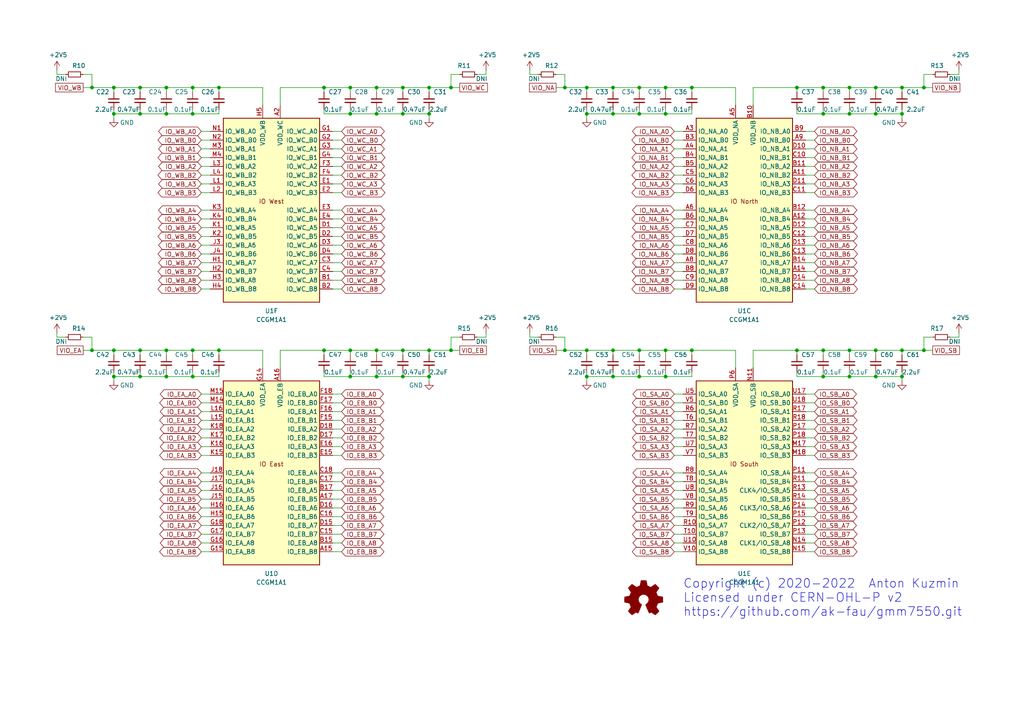
<source format=kicad_sch>
(kicad_sch (version 20211123) (generator eeschema)
  (paper "A4")
  (title_block (title "GateMate FPGA Module: GMM-7550") (date "2022-04-24") (rev "2.1"))
  (junction (at 33.02 109.22))
  (junction (at 109.22 101.6))
  (junction (at 261.62 101.6))
  (junction (at 200.66 101.6))
  (junction (at 170.18 33.02))
  (junction (at 254 109.22))
  (junction (at 55.88 33.02))
  (junction (at 48.26 109.22))
  (junction (at 254 33.02))
  (junction (at 177.8 109.22))
  (junction (at 185.42 101.6))
  (junction (at 116.84 101.6))
  (junction (at 116.84 109.22))
  (junction (at 55.88 109.22))
  (junction (at 63.5 25.4))
  (junction (at 33.02 25.4))
  (junction (at 63.5 101.6))
  (junction (at 177.8 101.6))
  (junction (at 40.64 25.4))
  (junction (at 193.04 101.6))
  (junction (at 48.26 25.4))
  (junction (at 40.64 33.02))
  (junction (at 231.14 25.4))
  (junction (at 130.81 101.6))
  (junction (at 185.42 109.22))
  (junction (at 200.66 25.4))
  (junction (at 93.98 101.6))
  (junction (at 193.04 109.22))
  (junction (at 185.42 33.02))
  (junction (at 261.62 109.22))
  (junction (at 261.62 25.4))
  (junction (at 40.64 101.6))
  (junction (at 261.62 33.02))
  (junction (at 193.04 33.02))
  (junction (at 109.22 33.02))
  (junction (at 177.8 25.4))
  (junction (at 109.22 25.4))
  (junction (at 177.8 33.02))
  (junction (at 130.81 25.4))
  (junction (at 93.98 25.4))
  (junction (at 185.42 25.4))
  (junction (at 40.64 109.22))
  (junction (at 193.04 25.4))
  (junction (at 170.18 25.4))
  (junction (at 267.97 101.6))
  (junction (at 116.84 25.4))
  (junction (at 246.38 25.4))
  (junction (at 33.02 33.02))
  (junction (at 101.6 33.02))
  (junction (at 109.22 109.22))
  (junction (at 163.83 25.4))
  (junction (at 55.88 101.6))
  (junction (at 101.6 109.22))
  (junction (at 254 25.4))
  (junction (at 254 101.6))
  (junction (at 170.18 109.22))
  (junction (at 33.02 101.6))
  (junction (at 26.67 25.4))
  (junction (at 238.76 25.4))
  (junction (at 238.76 33.02))
  (junction (at 48.26 101.6))
  (junction (at 238.76 101.6))
  (junction (at 124.46 109.22))
  (junction (at 267.97 25.4))
  (junction (at 170.18 101.6))
  (junction (at 124.46 101.6))
  (junction (at 246.38 109.22))
  (junction (at 163.83 101.6))
  (junction (at 116.84 33.02))
  (junction (at 238.76 109.22))
  (junction (at 246.38 33.02))
  (junction (at 48.26 33.02))
  (junction (at 101.6 25.4))
  (junction (at 101.6 101.6))
  (junction (at 124.46 25.4))
  (junction (at 246.38 101.6))
  (junction (at 26.67 101.6))
  (junction (at 55.88 25.4))
  (junction (at 231.14 101.6))
  (junction (at 124.46 33.02))
  (wire (pts (xy 58.42 43.18) (xy 60.96 43.18)))
  (wire (pts (xy 236.22 38.1) (xy 233.68 38.1)))
  (wire (pts (xy 99.06 142.24) (xy 96.52 142.24)))
  (wire (pts (xy 213.36 101.6) (xy 213.36 106.68)))
  (wire (pts (xy 177.8 33.02) (xy 170.18 33.02)))
  (wire (pts (xy 195.58 66.04) (xy 198.12 66.04)))
  (wire (pts (xy 124.46 110.49) (xy 124.46 109.22)))
  (wire (pts (xy 177.8 101.6) (xy 170.18 101.6)))
  (wire (pts (xy 76.2 25.4) (xy 76.2 30.48)))
  (wire (pts (xy 133.35 97.79) (xy 130.81 97.79)))
  (wire (pts (xy 236.22 132.08) (xy 233.68 132.08)))
  (wire (pts (xy 55.88 31.75) (xy 55.88 33.02)))
  (wire (pts (xy 99.06 152.4) (xy 96.52 152.4)))
  (wire (pts (xy 101.6 31.75) (xy 101.6 33.02)))
  (wire (pts (xy 200.66 101.6) (xy 213.36 101.6)))
  (wire (pts (xy 236.22 114.3) (xy 233.68 114.3)))
  (wire (pts (xy 63.5 102.87) (xy 63.5 101.6)))
  (wire (pts (xy 193.04 109.22) (xy 200.66 109.22)))
  (wire (pts (xy 254 31.75) (xy 254 33.02)))
  (wire (pts (xy 130.81 21.59) (xy 130.81 25.4)))
  (wire (pts (xy 93.98 33.02) (xy 93.98 31.75)))
  (wire (pts (xy 58.42 144.78) (xy 60.96 144.78)))
  (wire (pts (xy 33.02 110.49) (xy 33.02 109.22)))
  (wire (pts (xy 60.96 40.64) (xy 58.42 40.64)))
  (wire (pts (xy 195.58 154.94) (xy 198.12 154.94)))
  (wire (pts (xy 195.58 63.5) (xy 198.12 63.5)))
  (wire (pts (xy 99.06 139.7) (xy 96.52 139.7)))
  (wire (pts (xy 236.22 50.8) (xy 233.68 50.8)))
  (wire (pts (xy 99.06 45.72) (xy 96.52 45.72)))
  (wire (pts (xy 261.62 101.6) (xy 267.97 101.6)))
  (wire (pts (xy 58.42 66.04) (xy 60.96 66.04)))
  (wire (pts (xy 236.22 116.84) (xy 233.68 116.84)))
  (wire (pts (xy 254 101.6) (xy 261.62 101.6)))
  (wire (pts (xy 170.18 101.6) (xy 170.18 102.87)))
  (wire (pts (xy 236.22 127) (xy 233.68 127)))
  (wire (pts (xy 58.42 147.32) (xy 60.96 147.32)))
  (wire (pts (xy 138.43 21.59) (xy 140.97 21.59)))
  (wire (pts (xy 195.58 40.64) (xy 198.12 40.64)))
  (wire (pts (xy 270.51 97.79) (xy 267.97 97.79)))
  (wire (pts (xy 55.88 107.95) (xy 55.88 109.22)))
  (wire (pts (xy 236.22 149.86) (xy 233.68 149.86)))
  (wire (pts (xy 195.58 43.18) (xy 198.12 43.18)))
  (wire (pts (xy 81.28 25.4) (xy 81.28 30.48)))
  (wire (pts (xy 99.06 43.18) (xy 96.52 43.18)))
  (wire (pts (xy 170.18 25.4) (xy 163.83 25.4)))
  (wire (pts (xy 218.44 30.48) (xy 218.44 25.4)))
  (wire (pts (xy 60.96 78.74) (xy 58.42 78.74)))
  (wire (pts (xy 270.51 21.59) (xy 267.97 21.59)))
  (wire (pts (xy 96.52 68.58) (xy 99.06 68.58)))
  (wire (pts (xy 101.6 101.6) (xy 101.6 102.87)))
  (wire (pts (xy 99.06 60.96) (xy 96.52 60.96)))
  (wire (pts (xy 238.76 33.02) (xy 246.38 33.02)))
  (wire (pts (xy 254 33.02) (xy 261.62 33.02)))
  (wire (pts (xy 254 25.4) (xy 254 26.67)))
  (wire (pts (xy 195.58 73.66) (xy 198.12 73.66)))
  (wire (pts (xy 76.2 101.6) (xy 76.2 106.68)))
  (wire (pts (xy 99.06 127) (xy 96.52 127)))
  (wire (pts (xy 195.58 68.58) (xy 198.12 68.58)))
  (wire (pts (xy 170.18 101.6) (xy 163.83 101.6)))
  (wire (pts (xy 261.62 33.02) (xy 261.62 31.75)))
  (wire (pts (xy 163.83 97.79) (xy 163.83 101.6)))
  (wire (pts (xy 58.42 114.3) (xy 60.96 114.3)))
  (wire (pts (xy 58.42 149.86) (xy 60.96 149.86)))
  (wire (pts (xy 278.13 97.79) (xy 275.59 97.79)))
  (wire (pts (xy 200.66 25.4) (xy 213.36 25.4)))
  (wire (pts (xy 33.02 25.4) (xy 33.02 26.67)))
  (wire (pts (xy 236.22 129.54) (xy 233.68 129.54)))
  (wire (pts (xy 58.42 137.16) (xy 60.96 137.16)))
  (wire (pts (xy 185.42 25.4) (xy 185.42 26.67)))
  (wire (pts (xy 99.06 50.8) (xy 96.52 50.8)))
  (wire (pts (xy 236.22 76.2) (xy 233.68 76.2)))
  (wire (pts (xy 231.14 31.75) (xy 231.14 33.02)))
  (wire (pts (xy 40.64 25.4) (xy 48.26 25.4)))
  (wire (pts (xy 99.06 147.32) (xy 96.52 147.32)))
  (wire (pts (xy 267.97 101.6) (xy 270.51 101.6)))
  (wire (pts (xy 101.6 101.6) (xy 93.98 101.6)))
  (wire (pts (xy 278.13 21.59) (xy 275.59 21.59)))
  (wire (pts (xy 236.22 71.12) (xy 233.68 71.12)))
  (wire (pts (xy 218.44 106.68) (xy 218.44 101.6)))
  (wire (pts (xy 185.42 101.6) (xy 185.42 102.87)))
  (wire (pts (xy 278.13 21.59) (xy 278.13 20.32)))
  (wire (pts (xy 33.02 25.4) (xy 26.67 25.4)))
  (wire (pts (xy 195.58 53.34) (xy 198.12 53.34)))
  (wire (pts (xy 236.22 154.94) (xy 233.68 154.94)))
  (wire (pts (xy 109.22 109.22) (xy 116.84 109.22)))
  (wire (pts (xy 193.04 109.22) (xy 185.42 109.22)))
  (wire (pts (xy 55.88 33.02) (xy 63.5 33.02)))
  (wire (pts (xy 58.42 139.7) (xy 60.96 139.7)))
  (wire (pts (xy 261.62 110.49) (xy 261.62 109.22)))
  (wire (pts (xy 238.76 101.6) (xy 246.38 101.6)))
  (wire (pts (xy 58.42 160.02) (xy 60.96 160.02)))
  (wire (pts (xy 246.38 109.22) (xy 254 109.22)))
  (wire (pts (xy 185.42 109.22) (xy 177.8 109.22)))
  (wire (pts (xy 267.97 25.4) (xy 270.51 25.4)))
  (wire (pts (xy 261.62 109.22) (xy 261.62 107.95)))
  (wire (pts (xy 55.88 33.02) (xy 48.26 33.02)))
  (wire (pts (xy 116.84 25.4) (xy 124.46 25.4)))
  (wire (pts (xy 58.42 76.2) (xy 60.96 76.2)))
  (wire (pts (xy 48.26 25.4) (xy 48.26 26.67)))
  (wire (pts (xy 48.26 109.22) (xy 40.64 109.22)))
  (wire (pts (xy 231.14 25.4) (xy 238.76 25.4)))
  (wire (pts (xy 177.8 25.4) (xy 185.42 25.4)))
  (wire (pts (xy 195.58 116.84) (xy 198.12 116.84)))
  (wire (pts (xy 58.42 129.54) (xy 60.96 129.54)))
  (wire (pts (xy 99.06 154.94) (xy 96.52 154.94)))
  (wire (pts (xy 195.58 144.78) (xy 198.12 144.78)))
  (wire (pts (xy 236.22 157.48) (xy 233.68 157.48)))
  (wire (pts (xy 231.14 33.02) (xy 238.76 33.02)))
  (wire (pts (xy 116.84 101.6) (xy 116.84 102.87)))
  (wire (pts (xy 195.58 71.12) (xy 198.12 71.12)))
  (wire (pts (xy 40.64 25.4) (xy 40.64 26.67)))
  (wire (pts (xy 193.04 101.6) (xy 200.66 101.6)))
  (wire (pts (xy 177.8 101.6) (xy 185.42 101.6)))
  (wire (pts (xy 101.6 109.22) (xy 109.22 109.22)))
  (wire (pts (xy 200.66 109.22) (xy 200.66 107.95)))
  (wire (pts (xy 63.5 26.67) (xy 63.5 25.4)))
  (wire (pts (xy 238.76 25.4) (xy 246.38 25.4)))
  (wire (pts (xy 231.14 102.87) (xy 231.14 101.6)))
  (wire (pts (xy 96.52 78.74) (xy 99.06 78.74)))
  (wire (pts (xy 116.84 25.4) (xy 116.84 26.67)))
  (wire (pts (xy 193.04 101.6) (xy 185.42 101.6)))
  (wire (pts (xy 55.88 25.4) (xy 48.26 25.4)))
  (wire (pts (xy 99.06 55.88) (xy 96.52 55.88)))
  (wire (pts (xy 261.62 25.4) (xy 267.97 25.4)))
  (wire (pts (xy 58.42 152.4) (xy 60.96 152.4)))
  (wire (pts (xy 236.22 81.28) (xy 233.68 81.28)))
  (wire (pts (xy 185.42 107.95) (xy 185.42 109.22)))
  (wire (pts (xy 170.18 34.29) (xy 170.18 33.02)))
  (wire (pts (xy 236.22 55.88) (xy 233.68 55.88)))
  (wire (pts (xy 156.21 97.79) (xy 153.67 97.79)))
  (wire (pts (xy 26.67 25.4) (xy 24.13 25.4)))
  (wire (pts (xy 236.22 142.24) (xy 233.68 142.24)))
  (wire (pts (xy 177.8 25.4) (xy 177.8 26.67)))
  (wire (pts (xy 177.8 25.4) (xy 170.18 25.4)))
  (wire (pts (xy 124.46 109.22) (xy 124.46 107.95)))
  (wire (pts (xy 238.76 107.95) (xy 238.76 109.22)))
  (wire (pts (xy 195.58 139.7) (xy 198.12 139.7)))
  (wire (pts (xy 238.76 101.6) (xy 238.76 102.87)))
  (wire (pts (xy 26.67 21.59) (xy 26.67 25.4)))
  (wire (pts (xy 99.06 38.1) (xy 96.52 38.1)))
  (wire (pts (xy 40.64 101.6) (xy 40.64 102.87)))
  (wire (pts (xy 195.58 50.8) (xy 198.12 50.8)))
  (wire (pts (xy 177.8 31.75) (xy 177.8 33.02)))
  (wire (pts (xy 101.6 101.6) (xy 109.22 101.6)))
  (wire (pts (xy 153.67 21.59) (xy 153.67 20.32)))
  (wire (pts (xy 116.84 25.4) (xy 109.22 25.4)))
  (wire (pts (xy 96.52 83.82) (xy 99.06 83.82)))
  (wire (pts (xy 93.98 101.6) (xy 81.28 101.6)))
  (wire (pts (xy 163.83 25.4) (xy 161.29 25.4)))
  (wire (pts (xy 236.22 66.04) (xy 233.68 66.04)))
  (wire (pts (xy 93.98 102.87) (xy 93.98 101.6)))
  (wire (pts (xy 63.5 25.4) (xy 76.2 25.4)))
  (wire (pts (xy 261.62 25.4) (xy 261.62 26.67)))
  (wire (pts (xy 195.58 81.28) (xy 198.12 81.28)))
  (wire (pts (xy 254 101.6) (xy 254 102.87)))
  (wire (pts (xy 48.26 101.6) (xy 48.26 102.87)))
  (wire (pts (xy 153.67 97.79) (xy 153.67 96.52)))
  (wire (pts (xy 58.42 71.12) (xy 60.96 71.12)))
  (wire (pts (xy 236.22 53.34) (xy 233.68 53.34)))
  (wire (pts (xy 193.04 107.95) (xy 193.04 109.22)))
  (wire (pts (xy 60.96 63.5) (xy 58.42 63.5)))
  (wire (pts (xy 101.6 25.4) (xy 101.6 26.67)))
  (wire (pts (xy 40.64 107.95) (xy 40.64 109.22)))
  (wire (pts (xy 96.52 71.12) (xy 99.06 71.12)))
  (wire (pts (xy 246.38 33.02) (xy 254 33.02)))
  (wire (pts (xy 109.22 107.95) (xy 109.22 109.22)))
  (wire (pts (xy 99.06 124.46) (xy 96.52 124.46)))
  (wire (pts (xy 195.58 114.3) (xy 198.12 114.3)))
  (wire (pts (xy 185.42 31.75) (xy 185.42 33.02)))
  (wire (pts (xy 238.76 101.6) (xy 231.14 101.6)))
  (wire (pts (xy 55.88 109.22) (xy 63.5 109.22)))
  (wire (pts (xy 246.38 31.75) (xy 246.38 33.02)))
  (wire (pts (xy 124.46 101.6) (xy 130.81 101.6)))
  (wire (pts (xy 16.51 97.79) (xy 16.51 96.52)))
  (wire (pts (xy 236.22 48.26) (xy 233.68 48.26)))
  (wire (pts (xy 101.6 109.22) (xy 93.98 109.22)))
  (wire (pts (xy 99.06 114.3) (xy 96.52 114.3)))
  (wire (pts (xy 236.22 139.7) (xy 233.68 139.7)))
  (wire (pts (xy 163.83 101.6) (xy 161.29 101.6)))
  (wire (pts (xy 96.52 73.66) (xy 99.06 73.66)))
  (wire (pts (xy 99.06 40.64) (xy 96.52 40.64)))
  (wire (pts (xy 261.62 101.6) (xy 261.62 102.87)))
  (wire (pts (xy 236.22 43.18) (xy 233.68 43.18)))
  (wire (pts (xy 195.58 55.88) (xy 198.12 55.88)))
  (wire (pts (xy 33.02 33.02) (xy 33.02 31.75)))
  (wire (pts (xy 170.18 110.49) (xy 170.18 109.22)))
  (wire (pts (xy 96.52 81.28) (xy 99.06 81.28)))
  (wire (pts (xy 58.42 154.94) (xy 60.96 154.94)))
  (wire (pts (xy 48.26 33.02) (xy 40.64 33.02)))
  (wire (pts (xy 193.04 25.4) (xy 185.42 25.4)))
  (wire (pts (xy 116.84 107.95) (xy 116.84 109.22)))
  (wire (pts (xy 193.04 33.02) (xy 185.42 33.02)))
  (wire (pts (xy 238.76 31.75) (xy 238.76 33.02)))
  (wire (pts (xy 48.26 107.95) (xy 48.26 109.22)))
  (wire (pts (xy 16.51 20.32) (xy 16.51 21.59)))
  (wire (pts (xy 40.64 33.02) (xy 33.02 33.02)))
  (wire (pts (xy 40.64 109.22) (xy 33.02 109.22)))
  (wire (pts (xy 124.46 25.4) (xy 124.46 26.67)))
  (wire (pts (xy 236.22 121.92) (xy 233.68 121.92)))
  (wire (pts (xy 254 25.4) (xy 261.62 25.4)))
  (wire (pts (xy 124.46 101.6) (xy 124.46 102.87)))
  (wire (pts (xy 236.22 40.64) (xy 233.68 40.64)))
  (wire (pts (xy 40.64 101.6) (xy 48.26 101.6)))
  (wire (pts (xy 195.58 48.26) (xy 198.12 48.26)))
  (wire (pts (xy 140.97 21.59) (xy 140.97 20.32)))
  (wire (pts (xy 236.22 147.32) (xy 233.68 147.32)))
  (wire (pts (xy 130.81 25.4) (xy 133.35 25.4)))
  (wire (pts (xy 195.58 45.72) (xy 198.12 45.72)))
  (wire (pts (xy 40.64 31.75) (xy 40.64 33.02)))
  (wire (pts (xy 40.64 101.6) (xy 33.02 101.6)))
  (wire (pts (xy 236.22 124.46) (xy 233.68 124.46)))
  (wire (pts (xy 101.6 25.4) (xy 109.22 25.4)))
  (wire (pts (xy 93.98 25.4) (xy 81.28 25.4)))
  (wire (pts (xy 26.67 97.79) (xy 26.67 101.6)))
  (wire (pts (xy 101.6 107.95) (xy 101.6 109.22)))
  (wire (pts (xy 267.97 97.79) (xy 267.97 101.6)))
  (wire (pts (xy 161.29 97.79) (xy 163.83 97.79)))
  (wire (pts (xy 185.42 33.02) (xy 177.8 33.02)))
  (wire (pts (xy 236.22 68.58) (xy 233.68 68.58)))
  (wire (pts (xy 55.88 101.6) (xy 63.5 101.6)))
  (wire (pts (xy 116.84 31.75) (xy 116.84 33.02)))
  (wire (pts (xy 236.22 45.72) (xy 233.68 45.72)))
  (wire (pts (xy 193.04 101.6) (xy 193.04 102.87)))
  (wire (pts (xy 177.8 101.6) (xy 177.8 102.87)))
  (wire (pts (xy 195.58 121.92) (xy 198.12 121.92)))
  (wire (pts (xy 236.22 63.5) (xy 233.68 63.5)))
  (wire (pts (xy 156.21 21.59) (xy 153.67 21.59)))
  (wire (pts (xy 138.43 97.79) (xy 140.97 97.79)))
  (wire (pts (xy 58.42 119.38) (xy 60.96 119.38)))
  (wire (pts (xy 99.06 157.48) (xy 96.52 157.48)))
  (wire (pts (xy 99.06 160.02) (xy 96.52 160.02)))
  (wire (pts (xy 170.18 109.22) (xy 170.18 107.95)))
  (wire (pts (xy 254 109.22) (xy 261.62 109.22)))
  (wire (pts (xy 195.58 78.74) (xy 198.12 78.74)))
  (wire (pts (xy 236.22 144.78) (xy 233.68 144.78)))
  (wire (pts (xy 236.22 73.66) (xy 233.68 73.66)))
  (wire (pts (xy 218.44 25.4) (xy 231.14 25.4)))
  (wire (pts (xy 246.38 25.4) (xy 254 25.4)))
  (wire (pts (xy 246.38 101.6) (xy 246.38 102.87)))
  (wire (pts (xy 101.6 33.02) (xy 93.98 33.02)))
  (wire (pts (xy 63.5 109.22) (xy 63.5 107.95)))
  (wire (pts (xy 231.14 109.22) (xy 231.14 107.95)))
  (wire (pts (xy 24.13 21.59) (xy 26.67 21.59)))
  (wire (pts (xy 55.88 101.6) (xy 55.88 102.87)))
  (wire (pts (xy 177.8 109.22) (xy 170.18 109.22)))
  (wire (pts (xy 101.6 25.4) (xy 93.98 25.4)))
  (wire (pts (xy 24.13 97.79) (xy 26.67 97.79)))
  (wire (pts (xy 236.22 137.16) (xy 233.68 137.16)))
  (wire (pts (xy 48.26 31.75) (xy 48.26 33.02)))
  (wire (pts (xy 238.76 25.4) (xy 238.76 26.67)))
  (wire (pts (xy 195.58 132.08) (xy 198.12 132.08)))
  (wire (pts (xy 109.22 33.02) (xy 116.84 33.02)))
  (wire (pts (xy 236.22 83.82) (xy 233.68 83.82)))
  (wire (pts (xy 63.5 33.02) (xy 63.5 31.75)))
  (wire (pts (xy 238.76 109.22) (xy 246.38 109.22)))
  (wire (pts (xy 58.42 38.1) (xy 60.96 38.1)))
  (wire (pts (xy 58.42 142.24) (xy 60.96 142.24)))
  (wire (pts (xy 116.84 101.6) (xy 109.22 101.6)))
  (wire (pts (xy 58.42 127) (xy 60.96 127)))
  (wire (pts (xy 133.35 21.59) (xy 130.81 21.59)))
  (wire (pts (xy 58.42 81.28) (xy 60.96 81.28)))
  (wire (pts (xy 193.04 25.4) (xy 193.04 26.67)))
  (wire (pts (xy 33.02 34.29) (xy 33.02 33.02)))
  (wire (pts (xy 99.06 137.16) (xy 96.52 137.16)))
  (wire (pts (xy 99.06 132.08) (xy 96.52 132.08)))
  (wire (pts (xy 124.46 25.4) (xy 130.81 25.4)))
  (wire (pts (xy 238.76 109.22) (xy 231.14 109.22)))
  (wire (pts (xy 116.84 33.02) (xy 124.46 33.02)))
  (wire (pts (xy 193.04 25.4) (xy 200.66 25.4)))
  (wire (pts (xy 195.58 157.48) (xy 198.12 157.48)))
  (wire (pts (xy 101.6 33.02) (xy 109.22 33.02)))
  (wire (pts (xy 195.58 60.96) (xy 198.12 60.96)))
  (wire (pts (xy 195.58 142.24) (xy 198.12 142.24)))
  (wire (pts (xy 278.13 97.79) (xy 278.13 96.52)))
  (wire (pts (xy 254 107.95) (xy 254 109.22)))
  (wire (pts (xy 140.97 97.79) (xy 140.97 96.52)))
  (wire (pts (xy 130.81 101.6) (xy 133.35 101.6)))
  (wire (pts (xy 195.58 152.4) (xy 198.12 152.4)))
  (wire (pts (xy 195.58 83.82) (xy 198.12 83.82)))
  (wire (pts (xy 16.51 21.59) (xy 19.05 21.59)))
  (wire (pts (xy 60.96 55.88) (xy 58.42 55.88)))
  (wire (pts (xy 99.06 129.54) (xy 96.52 129.54)))
  (wire (pts (xy 116.84 109.22) (xy 124.46 109.22)))
  (wire (pts (xy 99.06 116.84) (xy 96.52 116.84)))
  (wire (pts (xy 130.81 97.79) (xy 130.81 101.6)))
  (wire (pts (xy 193.04 31.75) (xy 193.04 33.02)))
  (wire (pts (xy 40.64 25.4) (xy 33.02 25.4)))
  (wire (pts (xy 60.96 83.82) (xy 58.42 83.82)))
  (wire (pts (xy 236.22 152.4) (xy 233.68 152.4)))
  (wire (pts (xy 213.36 30.48) (xy 213.36 25.4)))
  (wire (pts (xy 124.46 33.02) (xy 124.46 31.75)))
  (wire (pts (xy 58.42 157.48) (xy 60.96 157.48)))
  (wire (pts (xy 81.28 106.68) (xy 81.28 101.6)))
  (wire (pts (xy 93.98 26.67) (xy 93.98 25.4)))
  (wire (pts (xy 236.22 119.38) (xy 233.68 119.38)))
  (wire (pts (xy 195.58 119.38) (xy 198.12 119.38)))
  (wire (pts (xy 58.42 124.46) (xy 60.96 124.46)))
  (wire (pts (xy 58.42 60.96) (xy 60.96 60.96)))
  (wire (pts (xy 231.14 25.4) (xy 231.14 26.67)))
  (wire (pts (xy 195.58 137.16) (xy 198.12 137.16)))
  (wire (pts (xy 99.06 48.26) (xy 96.52 48.26)))
  (wire (pts (xy 195.58 124.46) (xy 198.12 124.46)))
  (wire (pts (xy 55.88 101.6) (xy 48.26 101.6)))
  (wire (pts (xy 26.67 101.6) (xy 24.13 101.6)))
  (wire (pts (xy 195.58 76.2) (xy 198.12 76.2)))
  (wire (pts (xy 99.06 149.86) (xy 96.52 149.86)))
  (wire (pts (xy 195.58 127) (xy 198.12 127)))
  (wire (pts (xy 60.96 50.8) (xy 58.42 50.8)))
  (wire (pts (xy 93.98 109.22) (xy 93.98 107.95)))
  (wire (pts (xy 33.02 101.6) (xy 33.02 102.87)))
  (wire (pts (xy 200.66 102.87) (xy 200.66 101.6)))
  (wire (pts (xy 195.58 160.02) (xy 198.12 160.02)))
  (wire (pts (xy 55.88 25.4) (xy 55.88 26.67)))
  (wire (pts (xy 60.96 45.72) (xy 58.42 45.72)))
  (wire (pts (xy 177.8 107.95) (xy 177.8 109.22)))
  (wire (pts (xy 99.06 144.78) (xy 96.52 144.78)))
  (wire (pts (xy 254 101.6) (xy 246.38 101.6)))
  (wire (pts (xy 200.66 26.67) (xy 200.66 25.4)))
  (wire (pts (xy 195.58 149.86) (xy 198.12 149.86)))
  (wire (pts (xy 236.22 78.74) (xy 233.68 78.74)))
  (wire (pts (xy 161.29 21.59) (xy 163.83 21.59)))
  (wire (pts (xy 195.58 38.1) (xy 198.12 38.1)))
  (wire (pts (xy 55.88 109.22) (xy 48.26 109.22)))
  (wire (pts (xy 267.97 21.59) (xy 267.97 25.4)))
  (wire (pts (xy 58.42 48.26) (xy 60.96 48.26)))
  (wire (pts (xy 58.42 132.08) (xy 60.96 132.08)))
  (wire (pts (xy 60.96 73.66) (xy 58.42 73.66)))
  (wire (pts (xy 96.52 76.2) (xy 99.06 76.2)))
  (wire (pts (xy 16.51 97.79) (xy 19.05 97.79)))
  (wire (pts (xy 60.96 68.58) (xy 58.42 68.58)))
  (wire (pts (xy 170.18 33.02) (xy 170.18 31.75)))
  (wire (pts (xy 33.02 101.6) (xy 26.67 101.6)))
  (wire (pts (xy 96.52 66.04) (xy 99.06 66.04)))
  (wire (pts (xy 109.22 25.4) (xy 109.22 26.67)))
  (wire (pts (xy 96.52 63.5) (xy 99.06 63.5)))
  (wire (pts (xy 109.22 31.75) (xy 109.22 33.02)))
  (wire (pts (xy 109.22 101.6) (xy 109.22 102.87)))
  (wire (pts (xy 193.04 33.02) (xy 200.66 33.02)))
  (wire (pts (xy 163.83 21.59) (xy 163.83 25.4)))
  (wire (pts (xy 99.06 119.38) (xy 96.52 119.38)))
  (wire (pts (xy 195.58 129.54) (xy 198.12 129.54)))
  (wire (pts (xy 63.5 101.6) (xy 76.2 101.6)))
  (wire (pts (xy 99.06 121.92) (xy 96.52 121.92)))
  (wire (pts (xy 55.88 25.4) (xy 63.5 25.4)))
  (wire (pts (xy 236.22 160.02) (xy 233.68 160.02)))
  (wire (pts (xy 231.14 101.6) (xy 218.44 101.6)))
  (wire (pts (xy 236.22 60.96) (xy 233.68 60.96)))
  (wire (pts (xy 246.38 107.95) (xy 246.38 109.22)))
  (wire (pts (xy 195.58 147.32) (xy 198.12 147.32)))
  (wire (pts (xy 33.02 109.22) (xy 33.02 107.95)))
  (wire (pts (xy 99.06 53.34) (xy 96.52 53.34)))
  (wire (pts (xy 170.18 25.4) (xy 170.18 26.67)))
  (wire (pts (xy 261.62 34.29) (xy 261.62 33.02)))
  (wire (pts (xy 200.66 33.02) (xy 200.66 31.75)))
  (wire (pts (xy 124.46 34.29) (xy 124.46 33.02)))
  (wire (pts (xy 58.42 53.34) (xy 60.96 53.34)))
  (wire (pts (xy 246.38 25.4) (xy 246.38 26.67)))
  (wire (pts (xy 58.42 121.92) (xy 60.96 121.92)))
  (wire (pts (xy 116.84 101.6) (xy 124.46 101.6)))
  (wire (pts (xy 58.42 116.84) (xy 60.96 116.84)))
  (text "Copyright (c) 2020-2022  Anton Kuzmin\nLicensed under CERN-OHL-P v2\nhttps://github.com/ak-fau/gmm7550.git" (at 198.12 179.07 0) (effects (font (size 2.54 2.54)) (justify left bottom)))
  (global_label "IO_EA_A5" (shape bidirectional) (at 58.42 142.24 180) (property "Intersheet References" "${INTERSHEET_REFS}" (effects hide)))
  (global_label "IO_NA_A4" (shape bidirectional) (at 195.58 60.96 180) (property "Intersheet References" "${INTERSHEET_REFS}" (effects hide)))
  (global_label "IO_EB_B3" (shape bidirectional) (at 99.06 132.08 0) (property "Intersheet References" "${INTERSHEET_REFS}" (effects hide)))
  (global_label "IO_EB_A2" (shape bidirectional) (at 99.06 124.46 0) (property "Intersheet References" "${INTERSHEET_REFS}" (effects hide)))
  (global_label "IO_NB_A6" (shape bidirectional) (at 236.22 71.12 0) (property "Intersheet References" "${INTERSHEET_REFS}" (effects hide)))
  (global_label "IO_SA_B7" (shape bidirectional) (at 195.58 154.94 180) (property "Intersheet References" "${INTERSHEET_REFS}" (effects hide)))
  (global_label "IO_NA_A2" (shape bidirectional) (at 195.58 48.26 180) (property "Intersheet References" "${INTERSHEET_REFS}" (effects hide)))
  (global_label "VIO_WB" (shape passive) (at 24.13 25.4 180) (property "Intersheet References" "${INTERSHEET_REFS}" (effects hide)))
  (global_label "IO_WC_A8" (shape bidirectional) (at 99.06 81.28 0) (property "Intersheet References" "${INTERSHEET_REFS}" (effects hide)))
  (global_label "IO_NA_B0" (shape bidirectional) (at 195.58 40.64 180) (property "Intersheet References" "${INTERSHEET_REFS}" (effects hide)))
  (global_label "IO_NB_B7" (shape bidirectional) (at 236.22 78.74 0) (property "Intersheet References" "${INTERSHEET_REFS}" (effects hide)))
  (global_label "IO_EB_A1" (shape bidirectional) (at 99.06 119.38 0) (property "Intersheet References" "${INTERSHEET_REFS}" (effects hide)))
  (global_label "IO_EA_B5" (shape bidirectional) (at 58.42 144.78 180) (property "Intersheet References" "${INTERSHEET_REFS}" (effects hide)))
  (global_label "IO_NB_B5" (shape bidirectional) (at 236.22 68.58 0) (property "Intersheet References" "${INTERSHEET_REFS}" (effects hide)))
  (global_label "IO_EB_A7" (shape bidirectional) (at 99.06 152.4 0) (property "Intersheet References" "${INTERSHEET_REFS}" (effects hide)))
  (global_label "IO_WB_A1" (shape bidirectional) (at 58.42 43.18 180) (property "Intersheet References" "${INTERSHEET_REFS}" (effects hide)))
  (global_label "IO_EA_B3" (shape bidirectional) (at 58.42 132.08 180) (property "Intersheet References" "${INTERSHEET_REFS}" (effects hide)))
  (global_label "IO_EB_B8" (shape bidirectional) (at 99.06 160.02 0) (property "Intersheet References" "${INTERSHEET_REFS}" (effects hide)))
  (global_label "IO_EB_B0" (shape bidirectional) (at 99.06 116.84 0) (property "Intersheet References" "${INTERSHEET_REFS}" (effects hide)))
  (global_label "IO_EB_B5" (shape bidirectional) (at 99.06 144.78 0) (property "Intersheet References" "${INTERSHEET_REFS}" (effects hide)))
  (global_label "IO_SB_B6" (shape bidirectional) (at 236.22 149.86 0) (property "Intersheet References" "${INTERSHEET_REFS}" (effects hide)))
  (global_label "IO_EA_B7" (shape bidirectional) (at 58.42 154.94 180) (property "Intersheet References" "${INTERSHEET_REFS}" (effects hide)))
  (global_label "IO_SB_A8" (shape bidirectional) (at 236.22 157.48 0) (property "Intersheet References" "${INTERSHEET_REFS}" (effects hide)))
  (global_label "IO_NA_B1" (shape bidirectional) (at 195.58 45.72 180) (property "Intersheet References" "${INTERSHEET_REFS}" (effects hide)))
  (global_label "IO_WC_A5" (shape bidirectional) (at 99.06 66.04 0) (property "Intersheet References" "${INTERSHEET_REFS}" (effects hide)))
  (global_label "IO_NB_B3" (shape bidirectional) (at 236.22 55.88 0) (property "Intersheet References" "${INTERSHEET_REFS}" (effects hide)))
  (global_label "IO_WC_A6" (shape bidirectional) (at 99.06 71.12 0) (property "Intersheet References" "${INTERSHEET_REFS}" (effects hide)))
  (global_label "VIO_SA" (shape passive) (at 161.29 101.6 180) (property "Intersheet References" "${INTERSHEET_REFS}" (effects hide)))
  (global_label "IO_NB_B4" (shape bidirectional) (at 236.22 63.5 0) (property "Intersheet References" "${INTERSHEET_REFS}" (effects hide)))
  (global_label "VIO_EA" (shape passive) (at 24.13 101.6 180) (property "Intersheet References" "${INTERSHEET_REFS}" (effects hide)))
  (global_label "IO_WC_A4" (shape bidirectional) (at 99.06 60.96 0) (property "Intersheet References" "${INTERSHEET_REFS}" (effects hide)))
  (global_label "IO_SB_B2" (shape bidirectional) (at 236.22 127 0) (property "Intersheet References" "${INTERSHEET_REFS}" (effects hide)))
  (global_label "IO_SB_B4" (shape bidirectional) (at 236.22 139.7 0) (property "Intersheet References" "${INTERSHEET_REFS}" (effects hide)))
  (global_label "IO_NA_B7" (shape bidirectional) (at 195.58 78.74 180) (property "Intersheet References" "${INTERSHEET_REFS}" (effects hide)))
  (global_label "IO_SA_A5" (shape bidirectional) (at 195.58 142.24 180) (property "Intersheet References" "${INTERSHEET_REFS}" (effects hide)))
  (global_label "IO_WC_B8" (shape bidirectional) (at 99.06 83.82 0) (property "Intersheet References" "${INTERSHEET_REFS}" (effects hide)))
  (global_label "IO_SA_B3" (shape bidirectional) (at 195.58 132.08 180) (property "Intersheet References" "${INTERSHEET_REFS}" (effects hide)))
  (global_label "IO_NB_B0" (shape bidirectional) (at 236.22 40.64 0) (property "Intersheet References" "${INTERSHEET_REFS}" (effects hide)))
  (global_label "VIO_WC" (shape passive) (at 133.35 25.4 0) (property "Intersheet References" "${INTERSHEET_REFS}" (effects hide)))
  (global_label "IO_EB_A3" (shape bidirectional) (at 99.06 129.54 0) (property "Intersheet References" "${INTERSHEET_REFS}" (effects hide)))
  (global_label "IO_WB_B2" (shape bidirectional) (at 58.42 50.8 180) (property "Intersheet References" "${INTERSHEET_REFS}" (effects hide)))
  (global_label "IO_NA_B5" (shape bidirectional) (at 195.58 68.58 180) (property "Intersheet References" "${INTERSHEET_REFS}" (effects hide)))
  (global_label "IO_SB_A4" (shape bidirectional) (at 236.22 137.16 0) (property "Intersheet References" "${INTERSHEET_REFS}" (effects hide)))
  (global_label "IO_EB_B6" (shape bidirectional) (at 99.06 149.86 0) (property "Intersheet References" "${INTERSHEET_REFS}" (effects hide)))
  (global_label "IO_NA_A7" (shape bidirectional) (at 195.58 76.2 180) (property "Intersheet References" "${INTERSHEET_REFS}" (effects hide)))
  (global_label "IO_WC_A1" (shape bidirectional) (at 99.06 43.18 0) (property "Intersheet References" "${INTERSHEET_REFS}" (effects hide)))
  (global_label "IO_EA_A3" (shape bidirectional) (at 58.42 129.54 180) (property "Intersheet References" "${INTERSHEET_REFS}" (effects hide)))
  (global_label "IO_WC_A3" (shape bidirectional) (at 99.06 53.34 0) (property "Intersheet References" "${INTERSHEET_REFS}" (effects hide)))
  (global_label "IO_NA_B6" (shape bidirectional) (at 195.58 73.66 180) (property "Intersheet References" "${INTERSHEET_REFS}" (effects hide)))
  (global_label "IO_WB_B3" (shape bidirectional) (at 58.42 55.88 180) (property "Intersheet References" "${INTERSHEET_REFS}" (effects hide)))
  (global_label "IO_WB_B1" (shape bidirectional) (at 58.42 45.72 180) (property "Intersheet References" "${INTERSHEET_REFS}" (effects hide)))
  (global_label "IO_SB_A7" (shape bidirectional) (at 236.22 152.4 0) (property "Intersheet References" "${INTERSHEET_REFS}" (effects hide)))
  (global_label "IO_WB_A5" (shape bidirectional) (at 58.42 66.04 180) (property "Intersheet References" "${INTERSHEET_REFS}" (effects hide)))
  (global_label "IO_NA_A8" (shape bidirectional) (at 195.58 81.28 180) (property "Intersheet References" "${INTERSHEET_REFS}" (effects hide)))
  (global_label "IO_SA_A7" (shape bidirectional) (at 195.58 152.4 180) (property "Intersheet References" "${INTERSHEET_REFS}" (effects hide)))
  (global_label "IO_EA_B6" (shape bidirectional) (at 58.42 149.86 180) (property "Intersheet References" "${INTERSHEET_REFS}" (effects hide)))
  (global_label "IO_WB_B6" (shape bidirectional) (at 58.42 73.66 180) (property "Intersheet References" "${INTERSHEET_REFS}" (effects hide)))
  (global_label "IO_WB_A2" (shape bidirectional) (at 58.42 48.26 180) (property "Intersheet References" "${INTERSHEET_REFS}" (effects hide)))
  (global_label "IO_NB_A3" (shape bidirectional) (at 236.22 53.34 0) (property "Intersheet References" "${INTERSHEET_REFS}" (effects hide)))
  (global_label "IO_NA_B3" (shape bidirectional) (at 195.58 55.88 180) (property "Intersheet References" "${INTERSHEET_REFS}" (effects hide)))
  (global_label "IO_WC_B3" (shape bidirectional) (at 99.06 55.88 0) (property "Intersheet References" "${INTERSHEET_REFS}" (effects hide)))
  (global_label "IO_NA_A3" (shape bidirectional) (at 195.58 53.34 180) (property "Intersheet References" "${INTERSHEET_REFS}" (effects hide)))
  (global_label "IO_EB_A8" (shape bidirectional) (at 99.06 157.48 0) (property "Intersheet References" "${INTERSHEET_REFS}" (effects hide)))
  (global_label "IO_SA_A4" (shape bidirectional) (at 195.58 137.16 180) (property "Intersheet References" "${INTERSHEET_REFS}" (effects hide)))
  (global_label "IO_SA_A1" (shape bidirectional) (at 195.58 119.38 180) (property "Intersheet References" "${INTERSHEET_REFS}" (effects hide)))
  (global_label "IO_NA_A5" (shape bidirectional) (at 195.58 66.04 180) (property "Intersheet References" "${INTERSHEET_REFS}" (effects hide)))
  (global_label "IO_EA_A2" (shape bidirectional) (at 58.42 124.46 180) (property "Intersheet References" "${INTERSHEET_REFS}" (effects hide)))
  (global_label "IO_EB_A0" (shape bidirectional) (at 99.06 114.3 0) (property "Intersheet References" "${INTERSHEET_REFS}" (effects hide)))
  (global_label "IO_EA_B0" (shape bidirectional) (at 58.42 116.84 180) (property "Intersheet References" "${INTERSHEET_REFS}" (effects hide)))
  (global_label "IO_WC_B4" (shape bidirectional) (at 99.06 63.5 0) (property "Intersheet References" "${INTERSHEET_REFS}" (effects hide)))
  (global_label "IO_WB_B5" (shape bidirectional) (at 58.42 68.58 180) (property "Intersheet References" "${INTERSHEET_REFS}" (effects hide)))
  (global_label "IO_EA_B2" (shape bidirectional) (at 58.42 127 180) (property "Intersheet References" "${INTERSHEET_REFS}" (effects hide)))
  (global_label "IO_WB_B4" (shape bidirectional) (at 58.42 63.5 180) (property "Intersheet References" "${INTERSHEET_REFS}" (effects hide)))
  (global_label "IO_SB_B8" (shape bidirectional) (at 236.22 160.02 0) (property "Intersheet References" "${INTERSHEET_REFS}" (effects hide)))
  (global_label "IO_NB_B6" (shape bidirectional) (at 236.22 73.66 0) (property "Intersheet References" "${INTERSHEET_REFS}" (effects hide)))
  (global_label "IO_SA_A8" (shape bidirectional) (at 195.58 157.48 180) (property "Intersheet References" "${INTERSHEET_REFS}" (effects hide)))
  (global_label "IO_EB_A6" (shape bidirectional) (at 99.06 147.32 0) (property "Intersheet References" "${INTERSHEET_REFS}" (effects hide)))
  (global_label "IO_SB_B5" (shape bidirectional) (at 236.22 144.78 0) (property "Intersheet References" "${INTERSHEET_REFS}" (effects hide)))
  (global_label "IO_EA_A1" (shape bidirectional) (at 58.42 119.38 180) (property "Intersheet References" "${INTERSHEET_REFS}" (effects hide)))
  (global_label "IO_SA_B0" (shape bidirectional) (at 195.58 116.84 180) (property "Intersheet References" "${INTERSHEET_REFS}" (effects hide)))
  (global_label "IO_SA_A0" (shape bidirectional) (at 195.58 114.3 180) (property "Intersheet References" "${INTERSHEET_REFS}" (effects hide)))
  (global_label "IO_NB_A8" (shape bidirectional) (at 236.22 81.28 0) (property "Intersheet References" "${INTERSHEET_REFS}" (effects hide)))
  (global_label "IO_SA_B1" (shape bidirectional) (at 195.58 121.92 180) (property "Intersheet References" "${INTERSHEET_REFS}" (effects hide)))
  (global_label "IO_SA_B2" (shape bidirectional) (at 195.58 127 180) (property "Intersheet References" "${INTERSHEET_REFS}" (effects hide)))
  (global_label "IO_EB_A4" (shape bidirectional) (at 99.06 137.16 0) (property "Intersheet References" "${INTERSHEET_REFS}" (effects hide)))
  (global_label "IO_NB_A7" (shape bidirectional) (at 236.22 76.2 0) (property "Intersheet References" "${INTERSHEET_REFS}" (effects hide)))
  (global_label "IO_EB_B7" (shape bidirectional) (at 99.06 154.94 0) (property "Intersheet References" "${INTERSHEET_REFS}" (effects hide)))
  (global_label "IO_EA_B1" (shape bidirectional) (at 58.42 121.92 180) (property "Intersheet References" "${INTERSHEET_REFS}" (effects hide)))
  (global_label "IO_NB_A4" (shape bidirectional) (at 236.22 60.96 0) (property "Intersheet References" "${INTERSHEET_REFS}" (effects hide)))
  (global_label "IO_NA_A0" (shape bidirectional) (at 195.58 38.1 180) (property "Intersheet References" "${INTERSHEET_REFS}" (effects hide)))
  (global_label "IO_WB_A6" (shape bidirectional) (at 58.42 71.12 180) (property "Intersheet References" "${INTERSHEET_REFS}" (effects hide)))
  (global_label "IO_WC_B5" (shape bidirectional) (at 99.06 68.58 0) (property "Intersheet References" "${INTERSHEET_REFS}" (effects hide)))
  (global_label "VIO_SB" (shape passive) (at 270.51 101.6 0) (property "Intersheet References" "${INTERSHEET_REFS}" (effects hide)))
  (global_label "IO_NB_B1" (shape bidirectional) (at 236.22 45.72 0) (property "Intersheet References" "${INTERSHEET_REFS}" (effects hide)))
  (global_label "IO_WC_B7" (shape bidirectional) (at 99.06 78.74 0) (property "Intersheet References" "${INTERSHEET_REFS}" (effects hide)))
  (global_label "IO_EA_A7" (shape bidirectional) (at 58.42 152.4 180) (property "Intersheet References" "${INTERSHEET_REFS}" (effects hide)))
  (global_label "IO_NA_B4" (shape bidirectional) (at 195.58 63.5 180) (property "Intersheet References" "${INTERSHEET_REFS}" (effects hide)))
  (global_label "IO_EA_A6" (shape bidirectional) (at 58.42 147.32 180) (property "Intersheet References" "${INTERSHEET_REFS}" (effects hide)))
  (global_label "IO_EA_B8" (shape bidirectional) (at 58.42 160.02 180) (property "Intersheet References" "${INTERSHEET_REFS}" (effects hide)))
  (global_label "IO_NB_A5" (shape bidirectional) (at 236.22 66.04 0) (property "Intersheet References" "${INTERSHEET_REFS}" (effects hide)))
  (global_label "IO_EA_A0" (shape bidirectional) (at 58.42 114.3 180) (property "Intersheet References" "${INTERSHEET_REFS}" (effects hide)))
  (global_label "IO_SA_A3" (shape bidirectional) (at 195.58 129.54 180) (property "Intersheet References" "${INTERSHEET_REFS}" (effects hide)))
  (global_label "IO_SB_A1" (shape bidirectional) (at 236.22 119.38 0) (property "Intersheet References" "${INTERSHEET_REFS}" (effects hide)))
  (global_label "IO_EB_B4" (shape bidirectional) (at 99.06 139.7 0) (property "Intersheet References" "${INTERSHEET_REFS}" (effects hide)))
  (global_label "VIO_NB" (shape passive) (at 270.51 25.4 0) (property "Intersheet References" "${INTERSHEET_REFS}" (effects hide)))
  (global_label "IO_NB_A0" (shape bidirectional) (at 236.22 38.1 0) (property "Intersheet References" "${INTERSHEET_REFS}" (effects hide)))
  (global_label "IO_WB_B8" (shape bidirectional) (at 58.42 83.82 180) (property "Intersheet References" "${INTERSHEET_REFS}" (effects hide)))
  (global_label "IO_NB_A2" (shape bidirectional) (at 236.22 48.26 0) (property "Intersheet References" "${INTERSHEET_REFS}" (effects hide)))
  (global_label "IO_EA_A4" (shape bidirectional) (at 58.42 137.16 180) (property "Intersheet References" "${INTERSHEET_REFS}" (effects hide)))
  (global_label "IO_SA_A6" (shape bidirectional) (at 195.58 147.32 180) (property "Intersheet References" "${INTERSHEET_REFS}" (effects hide)))
  (global_label "VIO_EB" (shape passive) (at 133.35 101.6 0) (property "Intersheet References" "${INTERSHEET_REFS}" (effects hide)))
  (global_label "IO_WB_B0" (shape bidirectional) (at 58.42 40.64 180) (property "Intersheet References" "${INTERSHEET_REFS}" (effects hide)))
  (global_label "IO_WC_A7" (shape bidirectional) (at 99.06 76.2 0) (property "Intersheet References" "${INTERSHEET_REFS}" (effects hide)))
  (global_label "IO_SB_B0" (shape bidirectional) (at 236.22 116.84 0) (property "Intersheet References" "${INTERSHEET_REFS}" (effects hide)))
  (global_label "IO_SB_B1" (shape bidirectional) (at 236.22 121.92 0) (property "Intersheet References" "${INTERSHEET_REFS}" (effects hide)))
  (global_label "IO_WB_A8" (shape bidirectional) (at 58.42 81.28 180) (property "Intersheet References" "${INTERSHEET_REFS}" (effects hide)))
  (global_label "IO_EA_B4" (shape bidirectional) (at 58.42 139.7 180) (property "Intersheet References" "${INTERSHEET_REFS}" (effects hide)))
  (global_label "IO_NB_B8" (shape bidirectional) (at 236.22 83.82 0) (property "Intersheet References" "${INTERSHEET_REFS}" (effects hide)))
  (global_label "IO_SB_A0" (shape bidirectional) (at 236.22 114.3 0) (property "Intersheet References" "${INTERSHEET_REFS}" (effects hide)))
  (global_label "IO_WC_B0" (shape bidirectional) (at 99.06 40.64 0) (property "Intersheet References" "${INTERSHEET_REFS}" (effects hide)))
  (global_label "IO_WB_A4" (shape bidirectional) (at 58.42 60.96 180) (property "Intersheet References" "${INTERSHEET_REFS}" (effects hide)))
  (global_label "IO_SB_A6" (shape bidirectional) (at 236.22 147.32 0) (property "Intersheet References" "${INTERSHEET_REFS}" (effects hide)))
  (global_label "IO_EB_B1" (shape bidirectional) (at 99.06 121.92 0) (property "Intersheet References" "${INTERSHEET_REFS}" (effects hide)))
  (global_label "IO_WC_B6" (shape bidirectional) (at 99.06 73.66 0) (property "Intersheet References" "${INTERSHEET_REFS}" (effects hide)))
  (global_label "IO_NB_B2" (shape bidirectional) (at 236.22 50.8 0) (property "Intersheet References" "${INTERSHEET_REFS}" (effects hide)))
  (global_label "IO_SA_B6" (shape bidirectional) (at 195.58 149.86 180) (property "Intersheet References" "${INTERSHEET_REFS}" (effects hide)))
  (global_label "IO_SB_A5" (shape bidirectional) (at 236.22 142.24 0) (property "Intersheet References" "${INTERSHEET_REFS}" (effects hide)))
  (global_label "IO_EB_A5" (shape bidirectional) (at 99.06 142.24 0) (property "Intersheet References" "${INTERSHEET_REFS}" (effects hide)))
  (global_label "IO_WB_A7" (shape bidirectional) (at 58.42 76.2 180) (property "Intersheet References" "${INTERSHEET_REFS}" (effects hide)))
  (global_label "IO_EA_A8" (shape bidirectional) (at 58.42 157.48 180) (property "Intersheet References" "${INTERSHEET_REFS}" (effects hide)))
  (global_label "IO_NA_A6" (shape bidirectional) (at 195.58 71.12 180) (property "Intersheet References" "${INTERSHEET_REFS}" (effects hide)))
  (global_label "IO_EB_B2" (shape bidirectional) (at 99.06 127 0) (property "Intersheet References" "${INTERSHEET_REFS}" (effects hide)))
  (global_label "IO_SB_A3" (shape bidirectional) (at 236.22 129.54 0) (property "Intersheet References" "${INTERSHEET_REFS}" (effects hide)))
  (global_label "IO_WC_B2" (shape bidirectional) (at 99.06 50.8 0) (property "Intersheet References" "${INTERSHEET_REFS}" (effects hide)))
  (global_label "IO_SA_B8" (shape bidirectional) (at 195.58 160.02 180) (property "Intersheet References" "${INTERSHEET_REFS}" (effects hide)))
  (global_label "IO_WC_A2" (shape bidirectional) (at 99.06 48.26 0) (property "Intersheet References" "${INTERSHEET_REFS}" (effects hide)))
  (global_label "IO_SA_A2" (shape bidirectional) (at 195.58 124.46 180) (property "Intersheet References" "${INTERSHEET_REFS}" (effects hide)))
  (global_label "IO_NA_B2" (shape bidirectional) (at 195.58 50.8 180) (property "Intersheet References" "${INTERSHEET_REFS}" (effects hide)))
  (global_label "IO_SA_B5" (shape bidirectional) (at 195.58 144.78 180) (property "Intersheet References" "${INTERSHEET_REFS}" (effects hide)))
  (global_label "IO_SB_A2" (shape bidirectional) (at 236.22 124.46 0) (property "Intersheet References" "${INTERSHEET_REFS}" (effects hide)))
  (global_label "IO_WB_A3" (shape bidirectional) (at 58.42 53.34 180) (property "Intersheet References" "${INTERSHEET_REFS}" (effects hide)))
  (global_label "IO_WB_B7" (shape bidirectional) (at 58.42 78.74 180) (property "Intersheet References" "${INTERSHEET_REFS}" (effects hide)))
  (global_label "IO_WB_A0" (shape bidirectional) (at 58.42 38.1 180) (property "Intersheet References" "${INTERSHEET_REFS}" (effects hide)))
  (global_label "IO_SA_B4" (shape bidirectional) (at 195.58 139.7 180) (property "Intersheet References" "${INTERSHEET_REFS}" (effects hide)))
  (global_label "IO_WC_A0" (shape bidirectional) (at 99.06 38.1 0) (property "Intersheet References" "${INTERSHEET_REFS}" (effects hide)))
  (global_label "IO_WC_B1" (shape bidirectional) (at 99.06 45.72 0) (property "Intersheet References" "${INTERSHEET_REFS}" (effects hide)))
  (global_label "IO_NB_A1" (shape bidirectional) (at 236.22 43.18 0) (property "Intersheet References" "${INTERSHEET_REFS}" (effects hide)))
  (global_label "IO_NA_A1" (shape bidirectional) (at 195.58 43.18 180) (property "Intersheet References" "${INTERSHEET_REFS}" (effects hide)))
  (global_label "IO_NA_B8" (shape bidirectional) (at 195.58 83.82 180) (property "Intersheet References" "${INTERSHEET_REFS}" (effects hide)))
  (global_label "VIO_NA" (shape passive) (at 161.29 25.4 180) (property "Intersheet References" "${INTERSHEET_REFS}" (effects hide)))
  (global_label "IO_SB_B3" (shape bidirectional) (at 236.22 132.08 0) (property "Intersheet References" "${INTERSHEET_REFS}" (effects hide)))
  (global_label "IO_SB_B7" (shape bidirectional) (at 236.22 154.94 0) (property "Intersheet References" "${INTERSHEET_REFS}" (effects hide)))
  (symbol (lib_id "Graphic:Logo_Open_Hardware_Small") (at 186.69 173.99 0) (unit 1)
    (property "Reference" "#LOGO2" (effects hide))
    (property "Value" "Logo_Open_Hardware_Small" (effects hide))
  )
  (symbol (lib_id "Device:R_Small") (at 158.75 21.59 90) (mirror x) (unit 1)
    (property "Reference" "R12" (at 160.02 19.05 90))
    (property "Value" "DNI" (at 154.94 22.86 90))
    (property "Footprint" "Resistor_SMD:R_0603_1608Metric" (effects hide))
  )
  (symbol (lib_id "power:GND") (at 170.18 34.29 0) (mirror y) (unit 1)
    (property "Reference" "#PWR08" (effects hide))
    (property "Value" "GND" (at 173.99 35.56 0))
  )
  (symbol (lib_id "Device:C_Small") (at 170.18 29.21 0) (mirror y) (unit 1)
    (property "Reference" "C32" (at 168.91 26.67 0) (effects (justify left)))
    (property "Value" "2.2uF" (at 170.18 31.75 0) (effects (justify left)))
    (property "Footprint" "Capacitor_SMD:C_0603_1608Metric" (effects hide))
  )
  (symbol (lib_id "Device:C_Small") (at 177.8 29.21 0) (mirror y) (unit 1)
    (property "Reference" "C33" (at 176.53 26.67 0) (effects (justify left)))
    (property "Value" "0.47uF" (at 177.8 31.75 0) (effects (justify left)))
    (property "Footprint" "Capacitor_SMD:C_0603_1608Metric" (effects hide))
  )
  (symbol (lib_id "Device:C_Small") (at 185.42 29.21 0) (mirror y) (unit 1)
    (property "Reference" "C34" (at 184.15 26.67 0) (effects (justify left)))
    (property "Value" "0.1uF" (at 185.42 31.75 0) (effects (justify left)))
    (property "Footprint" "Capacitor_SMD:C_0402_1005Metric" (effects hide))
  )
  (symbol (lib_id "Device:C_Small") (at 193.04 29.21 0) (mirror y) (unit 1)
    (property "Reference" "C35" (at 191.77 26.67 0) (effects (justify left)))
    (property "Value" "0.1uF" (at 193.04 31.75 0) (effects (justify left)))
    (property "Footprint" "Capacitor_SMD:C_0402_1005Metric" (effects hide))
  )
  (symbol (lib_id "Device:C_Small") (at 200.66 29.21 0) (mirror y) (unit 1)
    (property "Reference" "C36" (at 199.39 26.67 0) (effects (justify left)))
    (property "Value" "0.1uF" (at 200.66 31.75 0) (effects (justify left)))
    (property "Footprint" "Capacitor_SMD:C_0402_1005Metric" (effects hide))
  )
  (symbol (lib_id "Device:R_Small") (at 273.05 21.59 270) (unit 1)
    (property "Reference" "R13" (at 271.78 19.05 90))
    (property "Value" "DNI" (at 276.86 22.86 90))
    (property "Footprint" "Resistor_SMD:R_0603_1608Metric" (effects hide))
  )
  (symbol (lib_id "power:GND") (at 261.62 34.29 0) (unit 1)
    (property "Reference" "#PWR09" (effects hide))
    (property "Value" "GND" (at 257.81 35.56 0))
  )
  (symbol (lib_id "Device:C_Small") (at 261.62 29.21 0) (unit 1)
    (property "Reference" "C41" (at 262.89 26.67 0) (effects (justify left)))
    (property "Value" "2.2uF" (at 262.89 31.75 0) (effects (justify left)))
    (property "Footprint" "Capacitor_SMD:C_0603_1608Metric" (effects hide))
  )
  (symbol (lib_id "Device:C_Small") (at 254 29.21 0) (unit 1)
    (property "Reference" "C40" (at 255.27 26.67 0) (effects (justify left)))
    (property "Value" "0.47uF" (at 254 31.75 0) (effects (justify left)))
    (property "Footprint" "Capacitor_SMD:C_0603_1608Metric" (effects hide))
  )
  (symbol (lib_id "Device:C_Small") (at 246.38 29.21 0) (unit 1)
    (property "Reference" "C39" (at 247.65 26.67 0) (effects (justify left)))
    (property "Value" "0.1uF" (at 246.38 31.75 0) (effects (justify left)))
    (property "Footprint" "Capacitor_SMD:C_0402_1005Metric" (effects hide))
  )
  (symbol (lib_id "Device:C_Small") (at 238.76 29.21 0) (unit 1)
    (property "Reference" "C38" (at 240.03 26.67 0) (effects (justify left)))
    (property "Value" "0.1uF" (at 238.76 31.75 0) (effects (justify left)))
    (property "Footprint" "Capacitor_SMD:C_0402_1005Metric" (effects hide))
  )
  (symbol (lib_id "Device:C_Small") (at 231.14 29.21 0) (unit 1)
    (property "Reference" "C37" (at 232.41 26.67 0) (effects (justify left)))
    (property "Value" "0.1uF" (at 231.14 31.75 0) (effects (justify left)))
    (property "Footprint" "Capacitor_SMD:C_0402_1005Metric" (effects hide))
  )
  (symbol (lib_id "Device:R_Small") (at 21.59 21.59 90) (mirror x) (unit 1)
    (property "Reference" "R10" (at 22.86 19.05 90))
    (property "Value" "DNI" (at 17.78 22.86 90))
    (property "Footprint" "Resistor_SMD:R_0603_1608Metric" (effects hide))
  )
  (symbol (lib_id "power:+2V5") (at 278.13 20.32 0) (unit 1)
    (property "Reference" "#PWR05" (effects hide))
    (property "Value" "+2V5" (at 278.511 15.9258 0))
  )
  (symbol (lib_id "power:+2V5") (at 140.97 20.32 0) (unit 1)
    (property "Reference" "#PWR02" (effects hide))
    (property "Value" "+2V5" (at 141.351 15.9258 0))
  )
  (symbol (lib_id "power:+2V5") (at 16.51 20.32 0) (unit 1)
    (property "Reference" "#PWR01" (effects hide))
    (property "Value" "+2V5" (at 16.891 15.9258 0))
  )
  (symbol (lib_id "Device:R_Small") (at 21.59 97.79 90) (mirror x) (unit 1)
    (property "Reference" "R14" (at 22.86 95.25 90))
    (property "Value" "DNI" (at 17.78 99.06 90))
    (property "Footprint" "Resistor_SMD:R_0603_1608Metric" (effects hide))
  )
  (symbol (lib_id "Device:R_Small") (at 135.89 97.79 270) (unit 1)
    (property "Reference" "R15" (at 134.62 95.25 90))
    (property "Value" "DNI" (at 139.7 99.06 90))
    (property "Footprint" "Resistor_SMD:R_0603_1608Metric" (effects hide))
  )
  (symbol (lib_id "Device:R_Small") (at 158.75 97.79 90) (mirror x) (unit 1)
    (property "Reference" "R16" (at 160.02 95.25 90))
    (property "Value" "DNI" (at 154.94 99.06 90))
    (property "Footprint" "Resistor_SMD:R_0603_1608Metric" (effects hide))
  )
  (symbol (lib_id "Device:R_Small") (at 273.05 97.79 270) (unit 1)
    (property "Reference" "R17" (at 271.78 95.25 90))
    (property "Value" "DNI" (at 276.86 99.06 90))
    (property "Footprint" "Resistor_SMD:R_0603_1608Metric" (effects hide))
  )
  (symbol (lib_id "Device:R_Small") (at 135.89 21.59 270) (unit 1)
    (property "Reference" "R11" (at 134.62 19.05 90))
    (property "Value" "DNI" (at 139.7 22.86 90))
    (property "Footprint" "Resistor_SMD:R_0603_1608Metric" (effects hide))
  )
  (symbol (lib_id "power:GND") (at 33.02 34.29 0) (mirror y) (unit 1)
    (property "Reference" "#PWR06" (effects hide))
    (property "Value" "GND" (at 36.83 35.56 0))
  )
  (symbol (lib_id "Device:C_Small") (at 33.02 29.21 0) (mirror y) (unit 1)
    (property "Reference" "C22" (at 31.75 26.67 0) (effects (justify left)))
    (property "Value" "2.2uF" (at 33.02 31.75 0) (effects (justify left)))
    (property "Footprint" "Capacitor_SMD:C_0603_1608Metric" (effects hide))
  )
  (symbol (lib_id "Device:C_Small") (at 40.64 29.21 0) (mirror y) (unit 1)
    (property "Reference" "C23" (at 39.37 26.67 0) (effects (justify left)))
    (property "Value" "0.47uF" (at 40.64 31.75 0) (effects (justify left)))
    (property "Footprint" "Capacitor_SMD:C_0603_1608Metric" (effects hide))
  )
  (symbol (lib_id "Device:C_Small") (at 48.26 29.21 0) (mirror y) (unit 1)
    (property "Reference" "C24" (at 46.99 26.67 0) (effects (justify left)))
    (property "Value" "0.1uF" (at 48.26 31.75 0) (effects (justify left)))
    (property "Footprint" "Capacitor_SMD:C_0402_1005Metric" (effects hide))
  )
  (symbol (lib_id "Device:C_Small") (at 55.88 29.21 0) (mirror y) (unit 1)
    (property "Reference" "C25" (at 54.61 26.67 0) (effects (justify left)))
    (property "Value" "0.1uF" (at 55.88 31.75 0) (effects (justify left)))
    (property "Footprint" "Capacitor_SMD:C_0402_1005Metric" (effects hide))
  )
  (symbol (lib_id "Device:C_Small") (at 63.5 29.21 0) (mirror y) (unit 1)
    (property "Reference" "C26" (at 62.23 26.67 0) (effects (justify left)))
    (property "Value" "0.1uF" (at 63.5 31.75 0) (effects (justify left)))
    (property "Footprint" "Capacitor_SMD:C_0402_1005Metric" (effects hide))
  )
  (symbol (lib_id "power:GND") (at 124.46 34.29 0) (unit 1)
    (property "Reference" "#PWR07" (effects hide))
    (property "Value" "GND" (at 120.65 35.56 0))
  )
  (symbol (lib_id "Device:C_Small") (at 124.46 29.21 0) (unit 1)
    (property "Reference" "C31" (at 125.73 26.67 0) (effects (justify left)))
    (property "Value" "2.2uF" (at 124.46 31.75 0) (effects (justify left)))
    (property "Footprint" "Capacitor_SMD:C_0603_1608Metric" (effects hide))
  )
  (symbol (lib_id "Device:C_Small") (at 116.84 29.21 0) (unit 1)
    (property "Reference" "C30" (at 118.11 26.67 0) (effects (justify left)))
    (property "Value" "0.47uF" (at 116.84 31.75 0) (effects (justify left)))
    (property "Footprint" "Capacitor_SMD:C_0603_1608Metric" (effects hide))
  )
  (symbol (lib_id "Device:C_Small") (at 109.22 29.21 0) (unit 1)
    (property "Reference" "C29" (at 110.49 26.67 0) (effects (justify left)))
    (property "Value" "0.1uF" (at 109.22 31.75 0) (effects (justify left)))
    (property "Footprint" "Capacitor_SMD:C_0402_1005Metric" (effects hide))
  )
  (symbol (lib_id "Device:C_Small") (at 101.6 29.21 0) (unit 1)
    (property "Reference" "C28" (at 102.87 26.67 0) (effects (justify left)))
    (property "Value" "0.1uF" (at 101.6 31.75 0) (effects (justify left)))
    (property "Footprint" "Capacitor_SMD:C_0402_1005Metric" (effects hide))
  )
  (symbol (lib_id "Device:C_Small") (at 93.98 29.21 0) (unit 1)
    (property "Reference" "C27" (at 95.25 26.67 0) (effects (justify left)))
    (property "Value" "0.1uF" (at 93.98 31.75 0) (effects (justify left)))
    (property "Footprint" "Capacitor_SMD:C_0402_1005Metric" (effects hide))
  )
  (symbol (lib_id "power:GND") (at 261.62 110.49 0) (unit 1)
    (property "Reference" "#PWR017" (effects hide))
    (property "Value" "GND" (at 257.81 111.76 0))
  )
  (symbol (lib_id "Device:C_Small") (at 261.62 105.41 0) (unit 1)
    (property "Reference" "C61" (at 262.89 102.87 0) (effects (justify left)))
    (property "Value" "2.2uF" (at 261.62 107.95 0) (effects (justify left)))
    (property "Footprint" "Capacitor_SMD:C_0603_1608Metric" (effects hide))
  )
  (symbol (lib_id "Device:C_Small") (at 254 105.41 0) (unit 1)
    (property "Reference" "C60" (at 255.27 102.87 0) (effects (justify left)))
    (property "Value" "0.47uF" (at 254 107.95 0) (effects (justify left)))
    (property "Footprint" "Capacitor_SMD:C_0603_1608Metric" (effects hide))
  )
  (symbol (lib_id "Device:C_Small") (at 246.38 105.41 0) (unit 1)
    (property "Reference" "C59" (at 247.65 102.87 0) (effects (justify left)))
    (property "Value" "0.1uF" (at 246.38 107.95 0) (effects (justify left)))
    (property "Footprint" "Capacitor_SMD:C_0402_1005Metric" (effects hide))
  )
  (symbol (lib_id "Device:C_Small") (at 238.76 105.41 0) (unit 1)
    (property "Reference" "C58" (at 240.03 102.87 0) (effects (justify left)))
    (property "Value" "0.1uF" (at 238.76 107.95 0) (effects (justify left)))
    (property "Footprint" "Capacitor_SMD:C_0402_1005Metric" (effects hide))
  )
  (symbol (lib_id "Device:C_Small") (at 231.14 105.41 0) (unit 1)
    (property "Reference" "C57" (at 232.41 102.87 0) (effects (justify left)))
    (property "Value" "0.1uF" (at 231.14 107.95 0) (effects (justify left)))
    (property "Footprint" "Capacitor_SMD:C_0402_1005Metric" (effects hide))
  )
  (symbol (lib_id "power:GND") (at 124.46 110.49 0) (unit 1)
    (property "Reference" "#PWR015" (effects hide))
    (property "Value" "GND" (at 120.65 111.76 0))
  )
  (symbol (lib_id "Device:C_Small") (at 124.46 105.41 0) (unit 1)
    (property "Reference" "C51" (at 125.73 102.87 0) (effects (justify left)))
    (property "Value" "2.2uF" (at 124.46 107.95 0) (effects (justify left)))
    (property "Footprint" "Capacitor_SMD:C_0603_1608Metric" (effects hide))
  )
  (symbol (lib_id "Device:C_Small") (at 116.84 105.41 0) (unit 1)
    (property "Reference" "C50" (at 118.11 102.87 0) (effects (justify left)))
    (property "Value" "0.47uF" (at 116.84 107.95 0) (effects (justify left)))
    (property "Footprint" "Capacitor_SMD:C_0603_1608Metric" (effects hide))
  )
  (symbol (lib_id "Device:C_Small") (at 109.22 105.41 0) (unit 1)
    (property "Reference" "C49" (at 110.49 102.87 0) (effects (justify left)))
    (property "Value" "0.1uF" (at 109.22 107.95 0) (effects (justify left)))
    (property "Footprint" "Capacitor_SMD:C_0402_1005Metric" (effects hide))
  )
  (symbol (lib_id "Device:C_Small") (at 101.6 105.41 0) (unit 1)
    (property "Reference" "C48" (at 102.87 102.87 0) (effects (justify left)))
    (property "Value" "0.1uF" (at 101.6 107.95 0) (effects (justify left)))
    (property "Footprint" "Capacitor_SMD:C_0402_1005Metric" (effects hide))
  )
  (symbol (lib_id "Device:C_Small") (at 93.98 105.41 0) (unit 1)
    (property "Reference" "C47" (at 95.25 102.87 0) (effects (justify left)))
    (property "Value" "0.1uF" (at 93.98 107.95 0) (effects (justify left)))
    (property "Footprint" "Capacitor_SMD:C_0402_1005Metric" (effects hide))
  )
  (symbol (lib_id "power:GND") (at 33.02 110.49 0) (mirror y) (unit 1)
    (property "Reference" "#PWR014" (effects hide))
    (property "Value" "GND" (at 36.83 111.76 0))
  )
  (symbol (lib_id "Device:C_Small") (at 33.02 105.41 0) (mirror y) (unit 1)
    (property "Reference" "C42" (at 31.75 102.87 0) (effects (justify left)))
    (property "Value" "2.2uF" (at 33.02 107.95 0) (effects (justify left)))
    (property "Footprint" "Capacitor_SMD:C_0603_1608Metric" (effects hide))
  )
  (symbol (lib_id "Device:C_Small") (at 40.64 105.41 0) (mirror y) (unit 1)
    (property "Reference" "C43" (at 39.37 102.87 0) (effects (justify left)))
    (property "Value" "0.47uF" (at 40.64 107.95 0) (effects (justify left)))
    (property "Footprint" "Capacitor_SMD:C_0603_1608Metric" (effects hide))
  )
  (symbol (lib_id "Device:C_Small") (at 48.26 105.41 0) (mirror y) (unit 1)
    (property "Reference" "C44" (at 46.99 102.87 0) (effects (justify left)))
    (property "Value" "0.1uF" (at 48.26 107.95 0) (effects (justify left)))
    (property "Footprint" "Capacitor_SMD:C_0402_1005Metric" (effects hide))
  )
  (symbol (lib_id "Device:C_Small") (at 55.88 105.41 0) (mirror y) (unit 1)
    (property "Reference" "C45" (at 54.61 102.87 0) (effects (justify left)))
    (property "Value" "0.1uF" (at 55.88 107.95 0) (effects (justify left)))
    (property "Footprint" "Capacitor_SMD:C_0402_1005Metric" (effects hide))
  )
  (symbol (lib_id "Device:C_Small") (at 63.5 105.41 0) (mirror y) (unit 1)
    (property "Reference" "C46" (at 62.23 102.87 0) (effects (justify left)))
    (property "Value" "0.1uF" (at 63.5 107.95 0) (effects (justify left)))
    (property "Footprint" "Capacitor_SMD:C_0402_1005Metric" (effects hide))
  )
  (symbol (lib_id "power:GND") (at 170.18 110.49 0) (mirror y) (unit 1)
    (property "Reference" "#PWR016" (effects hide))
    (property "Value" "GND" (at 173.99 111.76 0))
  )
  (symbol (lib_id "Device:C_Small") (at 170.18 105.41 0) (mirror y) (unit 1)
    (property "Reference" "C52" (at 168.91 102.87 0) (effects (justify left)))
    (property "Value" "2.2uF" (at 170.18 107.95 0) (effects (justify left)))
    (property "Footprint" "Capacitor_SMD:C_0603_1608Metric" (effects hide))
  )
  (symbol (lib_id "Device:C_Small") (at 177.8 105.41 0) (mirror y) (unit 1)
    (property "Reference" "C53" (at 176.53 102.87 0) (effects (justify left)))
    (property "Value" "0.47uF" (at 177.8 107.95 0) (effects (justify left)))
    (property "Footprint" "Capacitor_SMD:C_0603_1608Metric" (effects hide))
  )
  (symbol (lib_id "Device:C_Small") (at 185.42 105.41 0) (mirror y) (unit 1)
    (property "Reference" "C54" (at 184.15 102.87 0) (effects (justify left)))
    (property "Value" "0.1uF" (at 185.42 107.95 0) (effects (justify left)))
    (property "Footprint" "Capacitor_SMD:C_0402_1005Metric" (effects hide))
  )
  (symbol (lib_id "Device:C_Small") (at 193.04 105.41 0) (mirror y) (unit 1)
    (property "Reference" "C55" (at 191.77 102.87 0) (effects (justify left)))
    (property "Value" "0.1uF" (at 193.04 107.95 0) (effects (justify left)))
    (property "Footprint" "Capacitor_SMD:C_0402_1005Metric" (effects hide))
  )
  (symbol (lib_id "Device:C_Small") (at 200.66 105.41 0) (mirror y) (unit 1)
    (property "Reference" "C56" (at 199.39 102.87 0) (effects (justify left)))
    (property "Value" "0.1uF" (at 200.66 107.95 0) (effects (justify left)))
    (property "Footprint" "Capacitor_SMD:C_0402_1005Metric" (effects hide))
  )
  (symbol (lib_id "power:+2V5") (at 140.97 96.52 0) (unit 1)
    (property "Reference" "#PWR011" (effects hide))
    (property "Value" "+2V5" (at 141.351 92.1258 0))
  )
  (symbol (lib_id "power:+2V5") (at 278.13 96.52 0) (unit 1)
    (property "Reference" "#PWR013" (effects hide))
    (property "Value" "+2V5" (at 278.511 92.1258 0))
  )
  (symbol (lib_id "power:+2V5") (at 16.51 96.52 0) (unit 1)
    (property "Reference" "#PWR010" (effects hide))
    (property "Value" "+2V5" (at 16.891 92.1258 0))
  )
  (symbol (lib_id "power:+2V5") (at 153.67 20.32 0) (unit 1)
    (property "Reference" "#PWR04" (effects hide))
    (property "Value" "+2V5" (at 154.051 15.9258 0))
  )
  (symbol (lib_id "power:+2V5") (at 153.67 96.52 0) (unit 1)
    (property "Reference" "#PWR012" (effects hide))
    (property "Value" "+2V5" (at 154.051 92.1258 0))
  )
  (symbol (lib_id "FPGA_CologneChip_GateMate:CCGM1A1") (at 78.74 60.96 0) (unit 6)
    (property "Reference" "U1" (at 78.74 90.17 0))
    (property "Value" "CCGM1A1" (at 78.74 92.71 0))
    (property "Footprint" "Package_BGA:BGA-324_15.0x15.0mm_Layout18x18_P0.8mm_Ball0.45mm_Pad0.35mm_NSMD" (effects hide))
    (property "Datasheet" "https://colognechip.com/docs/ds1001-gatemate1-datasheet-2021-07.pdf" (effects hide))
  )
  (symbol (lib_id "FPGA_CologneChip_GateMate:CCGM1A1") (at 78.74 137.16 0) (unit 4)
    (property "Reference" "U1" (at 78.74 166.37 0))
    (property "Value" "CCGM1A1" (at 78.74 168.91 0))
    (property "Footprint" "Package_BGA:BGA-324_15.0x15.0mm_Layout18x18_P0.8mm_Ball0.45mm_Pad0.35mm_NSMD" (effects hide))
    (property "Datasheet" "https://colognechip.com/docs/ds1001-gatemate1-datasheet-2021-07.pdf" (effects hide))
  )
  (symbol (lib_id "FPGA_CologneChip_GateMate:CCGM1A1") (at 215.9 60.96 0) (unit 3)
    (property "Reference" "U1" (at 215.9 90.17 0))
    (property "Value" "CCGM1A1" (at 215.9 92.71 0))
    (property "Footprint" "Package_BGA:BGA-324_15.0x15.0mm_Layout18x18_P0.8mm_Ball0.45mm_Pad0.35mm_NSMD" (effects hide))
    (property "Datasheet" "https://colognechip.com/docs/ds1001-gatemate1-datasheet-2021-07.pdf" (effects hide))
  )
  (symbol (lib_id "FPGA_CologneChip_GateMate:CCGM1A1") (at 215.9 137.16 0) (unit 5)
    (property "Reference" "U1" (at 215.9 166.37 0))
    (property "Value" "CCGM1A1" (at 215.9 168.91 0))
    (property "Footprint" "Package_BGA:BGA-324_15.0x15.0mm_Layout18x18_P0.8mm_Ball0.45mm_Pad0.35mm_NSMD" (effects hide))
    (property "Datasheet" "https://colognechip.com/docs/ds1001-gatemate1-datasheet-2021-07.pdf" (effects hide))
  )
)
</source>
